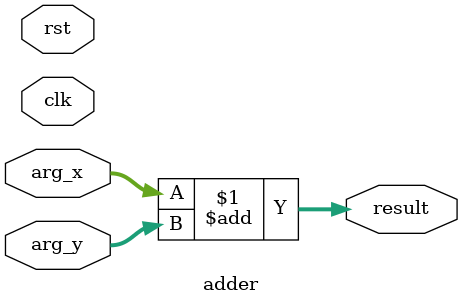
<source format=v>
`timescale 1ns / 1ps
module adder(
	input clk,
	input rst,
	input [15:0] arg_x,
	input [15:0] arg_y,
	output reg [31:0] result
);

reg [31:0] result_reg;

// always @(posedge clk) begin
// 	if (rst)
// 		result_reg <= 0;
// 	else
// 		result_reg <= arg_x + arg_y;
// end

assign result = arg_x + arg_y;

endmodule
</source>
